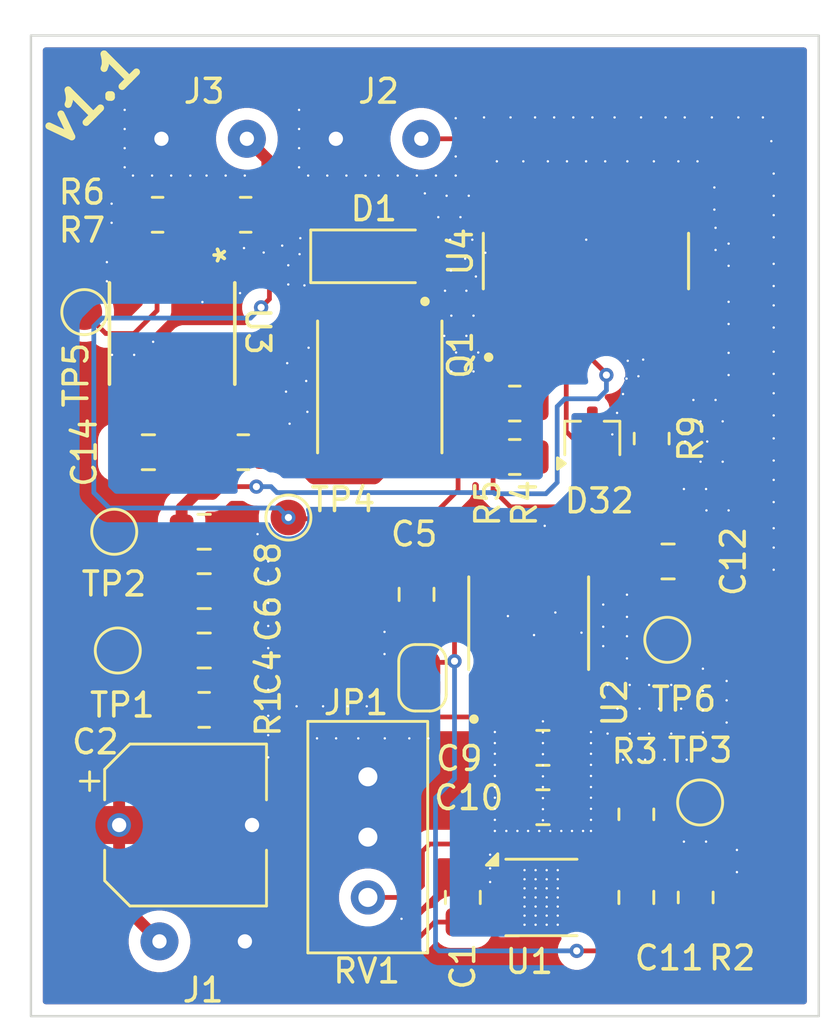
<source format=kicad_pcb>
(kicad_pcb (version 20241229) (generator "pcbnew") (generator_version "9.0")
  (layers (0 "F.Cu" signal) (2 "B.Cu" signal) (13 "F.Paste" user) (15 "B.Paste" user) (5 "F.SilkS" user "F.Silkscreen") (7 "B.SilkS" user "B.Silkscreen") (1 "F.Mask" user) (3 "B.Mask" user) (25 "Edge.Cuts" user))
  (net 0 "")
  (net 1 "GND")
  (net 2 "posGateV")
  (net 3 "negGateV")
  (net 4 "+28V")
  (net 5 "drainV")
  (net 6 "Net-(D1-K)")
  (net 7 "isGateOn")
  (net 8 "Net-(R3-Pad2)")
  (net 9 "Net-(U3-SENSE)")
  (net 10 "Net-(JP1-B)")
  (net 11 "Net-(U4A--)")
  (net 12 "Net-(U3-FB)")
  (net 13 "Net-(U2-CAP-)")
  (net 14 "Net-(U2-CAP+)")
  (net 15 "Net-(U1-ADJ)")
  (net 16 "Net-(U3-TIMER)")
  (net 18 "Net-(U3-PWRGD)")
  (net 28 "Net-(D32-A)")
  (footprint "LM2662MX_NOPB:SOIC127P599X175-8N" (layer "F.Cu") (at 236.858333 131.8 90)
    (property "Reference" "U2")
    (property "Value" "LM2662MX_NOPB")
  )
  (footprint "Capacitor_SMD:C_0805_2012Metric_Pad1.18x1.45mm_HandSolder" (layer "F.Cu") (at 234.083333 143.35 90)
    (property "Reference" "C1")
    (property "Value" "10nF")
  )
  (footprint "Package_TO_SOT_SMD:SOT-323_SC-70" (layer "F.Cu") (at 239.540833 124.025 90)
    (property "Reference" "D32")
    (property "Value" "BAT54SW")
  )
  (footprint "Resistor_SMD:R_0805_2012Metric" (layer "F.Cu") (at 224.833333 124.6)
    (property "Reference" "R8" (hide yes))
    (property "Value" "0.027")
  )
  (footprint "Potentiometer_THT:Potentiometer_Bourns_3296W_Vertical" (layer "F.Cu") (at 230.083333 143.35 -90)
    (property "Reference" "RV1")
    (property "Value" "200k")
  )
  (footprint "TestPoint:TestPoint_Pad_D1.5mm" (layer "F.Cu") (at 218.133333 118.7)
    (property "Reference" "TP5")
    (property "Value" "TestPoint")
  )
  (footprint "Jumper:SolderJumper-2_P1.3mm_Open_RoundedPad1.0x1.5mm" (layer "F.Cu") (at 232.383333 134.1 -90)
    (property "Reference" "JP1")
    (property "Value" "OSC_switch")
  )
  (footprint "LM324DRG3:SOIC127P600X175-14N" (layer "F.Cu") (at 239.270833 116.55 90)
    (property "Reference" "U4")
    (property "Value" "LM324")
  )
  (footprint "TestPoint:TestPoint_Pad_D1.5mm" (layer "F.Cu") (at 219.393333 127.95 -90)
    (property "Reference" "TP2")
    (property "Value" "TestPoint")
  )
  (footprint "Resistor_SMD:R_0805_2012Metric" (layer "F.Cu") (at 236.270833 124.8 180)
    (property "Reference" "R4")
    (property "Value" "10k")
  )
  (footprint "TestPoint:TestPoint_Pad_D1.5mm" (layer "F.Cu") (at 244.083333 139.35)
    (property "Reference" "TP3")
    (property "Value" "TestPoint")
  )
  (footprint "Resistor_SMD:R_0805_2012Metric" (layer "F.Cu") (at 242.040833 124.025 -90)
    (property "Reference" "R9")
    (property "Value" "100k")
  )
  (footprint "Connector_Wire:SolderWire-0.1sqmm_1x02_P3.6mm_D0.4mm_OD1mm" (layer "F.Cu") (at 221.383333 111.4)
    (property "Reference" "J3")
    (property "Value" "drainConn")
  )
  (footprint "Capacitor_SMD:C_0805_2012Metric_Pad1.18x1.45mm_HandSolder" (layer "F.Cu") (at 237.458333 139.55 180)
    (property "Reference" "C10")
    (property "Value" "47uF")
  )
  (footprint "Connector_Wire:SolderWire-0.1sqmm_1x02_P3.6mm_D0.4mm_OD1mm" (layer "F.Cu") (at 228.733333 111.4)
    (property "Reference" "J2")
    (property "Value" "gateConn")
  )
  (footprint "Capacitor_SMD:C_0805_2012Metric" (layer "F.Cu") (at 223.183333 130.45)
    (property "Reference" "C6")
    (property "Value" "10nF")
  )
  (footprint "Capacitor_SMD:C_0805_2012Metric" (layer "F.Cu") (at 241.395833 143.35 90)
    (property "Reference" "C11")
    (property "Value" "10nF")
  )
  (footprint "Capacitor_SMD:C_0805_2012Metric_Pad1.18x1.45mm_HandSolder" (layer "F.Cu") (at 220.833333 124.6)
    (property "Reference" "C14")
    (property "Value" "27nF")
  )
  (footprint "TestPoint:TestPoint_Pad_D1.5mm" (layer "F.Cu") (at 219.543333 132.95 -90)
    (property "Reference" "TP1")
    (property "Value" "TestPoint")
  )
  (footprint "Package_DFN_QFN:DFN-6-1EP_3x3mm_P0.95mm_EP1.7x2.6mm" (layer "F.Cu") (at 237.395833 143.35)
    (property "Reference" "U1")
    (property "Value" "LDO40LPURY")
  )
  (footprint "Capacitor_SMD:C_0805_2012Metric" (layer "F.Cu") (at 223.183333 132.95)
    (property "Reference" "C4")
    (property "Value" "100nF")
  )
  (footprint "AONS66920:TRANS_AONS66920" (layer "F.Cu") (at 230.583333 121.85 -90)
    (property "Reference" "Q1")
    (property "Value" "AONS66920")
  )
  (footprint "Resistor_SMD:R_0805_2012Metric" (layer "F.Cu") (at 243.895833 143.35 90)
    (property "Reference" "R2")
    (property "Value" "100k")
  )
  (footprint "Capacitor_SMD:C_0805_2012Metric_Pad1.18x1.45mm_HandSolder" (layer "F.Cu") (at 242.733333 129.2 180)
    (property "Reference" "C12")
    (property "Value" "10nF")
  )
  (footprint "Capacitor_SMD:C_0805_2012Metric" (layer "F.Cu") (at 223.183333 127.95)
    (property "Reference" "C8")
    (property "Value" "1nF")
  )
  (footprint "Resistor_SMD:R_0805_2012Metric" (layer "F.Cu") (at 223.183333 135.45)
    (property "Reference" "R1")
    (property "Value" "100k")
  )
  (footprint "Capacitor_SMD:C_0805_2012Metric_Pad1.18x1.45mm_HandSolder" (layer "F.Cu") (at 237.458333 137.05 180)
    (property "Reference" "C9")
    (property "Value" "47uF")
  )
  (footprint "Capacitor_SMD:CP_Elec_6.3x9.9" (layer "F.Cu") (at 222.4 140.3)
    (property "Reference" "C2")
    (property "Value" "100uF")
  )
  (footprint "Resistor_SMD:R_0805_2012Metric" (layer "F.Cu") (at 221.220833 114.6 180)
    (property "Reference" "R6")
    (property "Value" "27k")
  )
  (footprint "TestPoint:TestPoint_Pad_D1.5mm" (layer "F.Cu") (at 226.733333 127.35)
    (property "Reference" "TP4")
    (property "Value" "TestPoint")
  )
  (footprint "Capacitor_SMD:C_0805_2012Metric_Pad1.18x1.45mm_HandSolder" (layer "F.Cu") (at 232.133333 130.5875 -90)
    (property "Reference" "C5")
    (property "Value" "10nF")
  )
  (footprint "Connector_Wire:SolderWire-0.1sqmm_1x02_P3.6mm_D0.4mm_OD1mm" (layer "F.Cu") (at 224.9 145.2 180)
    (property "Reference" "J1")
    (property "Value" "dcConn")
  )
  (footprint "Resistor_SMD:R_0805_2012Metric" (layer "F.Cu") (at 224.933333 114.6 180)
    (property "Reference" "R7")
    (property "Value" "100k")
  )
  (footprint "Resistor_SMD:R_0805_2012Metric" (layer "F.Cu") (at 236.270833 122.55)
    (property "Reference" "R5")
    (property "Value" "100k")
  )
  (footprint "Resistor_SMD:R_0805_2012Metric" (layer "F.Cu") (at 241.395833 139.85 90)
    (property "Reference" "R3")
    (property "Value" "62k")
  )
  (footprint "Diode_SMD:D_MiniMELF" (layer "F.Cu") (at 230.333333 116.35)
    (property "Reference" "D1")
    (property "Value" "BZV55C30")
  )
  (footprint "TestPoint:TestPoint_Pad_D1.5mm" (layer "F.Cu") (at 242.7 132.5)
    (property "Reference" "TP6")
    (property "Value" "TestPoint")
  )
  (footprint "LT4256-1CS8:SO-8_S" (layer "F.Cu") (at 221.833333 119.6 -90)
    (property "Reference" "U3")
    (property "Value" "LT4256-1CS8")
  )
  (gr_rect (start 235.357933 136.05) (end 235.483333 140.55) (stroke (width 0.2)) (fill yes) (layer "F.Cu") (net 1))
  (gr_rect (start 239.408333 136.05) (end 239.558333 140.55) (stroke (width 0.2)) (fill yes) (layer "F.Cu") (net 1))
  (gr_rect (start 235.358333 140.55) (end 239.558333 140.5754) (stroke (width 0.2)) (fill yes) (layer "F.Cu") (net 1))
  (gr_rect (start 237.383333 136) (end 237.533333 140.5) (stroke (width 0.2)) (fill yes) (layer "F.Cu") (net 1))
  (gr_rect (start 215.883333 107.05) (end 249.083333 148.35) (stroke (width 0.1)) (fill no) (layer "Edge.Cuts"))
  (gr_text "C" (at 228.1 132.6 0) (layer "F.Cu") (effects (font (size 1.5 1.5) (thickness 0.3) (bold yes)) (justify left bottom)))
  (gr_text "v1.1" (at 217.2 112 45) (layer "F.SilkS") (effects (font (size 1.5 1.5) (thickness 0.3) (bold yes)) (justify left bottom)))
  (segment (start 219.928333 117.0092) (end 219.928333 116.005) (width 0.2) (layer "F.Cu") (net 1))
  (segment (start 220.308333 115.625) (end 220.308333 114.6) (width 0.2) (layer "F.Cu") (net 1))
  (segment (start 219.928333 116.005) (end 220.308333 115.625) (width 0.2) (layer "F.Cu") (net 1))
  (via (at 241.933333 134.4) (size 0.2) (drill 0.1) (layers "F.Cu" "B.Cu") (net 1))
  (via (at 235.433333 139.15) (size 0.2) (drill 0.1) (layers "F.Cu" "B.Cu") (net 1))
  (via (at 232.483333 113.7) (size 0.2) (drill 0.1) (layers "F.Cu" "B.Cu") (net 1))
  (via (at 235.433333 140.083333) (size 0.2) (drill 0.1) (layers "F.Cu" "B.Cu") (net 1))
  (via (at 238.738888 110.5) (size 0.2) (drill 0.1) (layers "F.Cu" "B.Cu") (net 1))
  (via (at 219.083333 116.594444) (size 0.2) (drill 0.1) (layers "F.Cu" "B.Cu") (net 1))
  (via (at 239.483333 138.7) (size 0.2) (drill 0.1) (layers "F.Cu" "B.Cu") (net 1))
  (via (at 244.1 123.3) (size 0.2) (drill 0.1) (layers "F.Cu" "B.Cu") (net 1))
  (via (at 224.695658 117.898795) (size 0.2) (drill 0.1) (layers "F.Cu" "B.Cu") (net 1))
  (via (at 234.533333 121.2) (size 0.2) (drill 0.1) (layers "F.Cu" "B.Cu") (net 1))
  (via (at 245.033333 123.3) (size 0.2) (drill 0.1) (layers "F.Cu" "B.Cu") (net 1))
  (via (at 233.3 119.7) (size 0.2) (drill 0.1) (layers "F.Cu" "B.Cu") (net 1))
  (via (at 237.458333 139.166667) (size 0.2) (drill 0.1) (layers "F.Cu" "B.Cu") (net 1))
  (via (at 228.372222 112.95) (size 0.2) (drill 0.1) (layers "F.Cu" "B.Cu") (net 1))
  (via (at 219.083333 117.4) (size 0.2) (drill 0.1) (layers "F.Cu" "B.Cu") (net 1))
  (via (at 237.127777 110.5) (size 0.2) (drill 0.1) (layers "F.Cu" "B.Cu") (net 1))
  (via (at 247.183333 118.416667) (size 0.2) (drill 0.1) (layers "F.Cu" "B.Cu") (net 1))
  (via (at 241.033333 120.75) (size 0.2) (drill 0.1) (layers "F.Cu" "B.Cu") (net 1))
  (via (at 220.233333 120.5) (size 0.2) (drill 0.1) (layers "F.Cu" "B.Cu") (net 1))
  (via (at 231.338889 112.95) (size 0.2) (drill 0.1) (layers "F.Cu" "B.Cu") (net 1))
  (via (at 244.683333 114.383333) (size 0.2) (drill 0.1) (layers "F.Cu" "B.Cu") (net 1))
  (via (at 232.95 112.95) (size 0.2) (drill 0.1) (layers "F.Cu" "B.Cu") (net 1))
  (via (at 245.633333 141.35) (size 0.2) (drill 0.1) (layers "F.Cu" "B.Cu") (net 1))
  (via (at 235.433333 140.55) (size 0.2) (drill 0.1) (layers "F.Cu" "B.Cu") (net 1))
  (via (at 242.35 135.4) (size 0.2) (drill 0.1) (layers "F.Cu" "B.Cu") (net 1))
  (via (at 235.433333 138.7) (size 0.2) (drill 0.1) (layers "F.Cu" "B.Cu") (net 1))
  (via (at 225.883333 133.666667) (size 0.2) (drill 0.1) (layers "F.Cu" "B.Cu") (net 1))
  (via (at 245.283333 116.75) (size 0.2) (drill 0.1) (layers "F.Cu" "B.Cu") (net 1))
  (via (at 247.083333 111.5) (size 0.2) (drill 0.1) (layers "F.Cu" "B.Cu") (net 1))
  (via (at 237.15 142.966667) (size 0.2) (drill 0.1) (layers "F.Cu" "B.Cu") (net 1))
  (via (at 234.183333 116.45) (size 0.2) (drill 0.1) (layers "F.Cu" "B.Cu") (net 1))
  (via (at 234.633333 117.2) (size 0.2) (drill 0.1) (layers "F.Cu" "B.Cu") (net 1))
  (via (at 240.833333 137.55) (size 0.2) (drill 0.1) (layers "F.Cu" "B.Cu") (net 1))
  (via (at 236.683333 143.733333) (size 0.2) (drill 0.1) (layers "F.Cu" "B.Cu") (net 1))
  (via (at 240.477777 110.5) (size 0.2) (drill 0.1) (layers "F.Cu" "B.Cu") (net 1))
  (via (at 237.083333 132.3) (size 0.2) (drill 0.1) (layers "F.Cu" "B.Cu") (net 1))
  (via (at 237.458333 137.316667) (size 0.2) (drill 0.1) (layers "F.Cu" "B.Cu") (net 1))
  (via (at 238.683333 140.55) (size 0.2) (drill 0.1) (layers "F.Cu" "B.Cu") (net 1))
  (via (at 225.883333 129.2) (size 0.2) (drill 0.1) (layers "F.Cu" "B.Cu") (net 1))
  (via (at 244.1 125) (size 0.2) (drill 0.1) (layers "F.Cu" "B.Cu") (net 1))
  (via (at 227.183333 110.988889) (size 0.2) (drill 0.1) (layers "F.Cu" "B.Cu") (net 1))
  (via (at 243.516666 137.55) (size 0.2) (drill 0.1) (layers "F.Cu" "B.Cu") (net 1))
  (via (at 237.616666 142.966667) (size 0.2) (drill 0.1) (layers "F.Cu" "B.Cu") (net 1))
  (via (at 221.033333 119.95) (size 0.2) (drill 0.1) (layers "F.Cu" "B.Cu") (net 1))
  (via (at 245.283333 127.05) (size 0.2) (drill 0.1) (layers "F.Cu" "B.Cu") (net 1))
  (via (at 239.483333 136.85) (size 0.2) (drill 0.1) (layers "F.Cu" "B.Cu") (net 1))
  (via (at 237.616666 142.2) (size 0.2) (drill 0.1) (layers "F.Cu" "B.Cu") (net 1))
  (via (at 222.6 112.95) (size 0.2) (drill 0.1) (layers "F.Cu" "B.Cu") (net 1))
  (via (at 227.938888 136.65) (size 0.2) (drill 0.1) (layers "F.Cu" "B.Cu") (net 1))
  (via (at 239.483333 136.383333) (size 0.2) (drill 0.1) (layers "F.Cu" "B.Cu") (net 1))
  (via (at 238.083333 143.733333) (size 0.2) (drill 0.1) (layers "F.Cu" "B.Cu") (net 1))
  (via (at 240.183333 136.45) (size 0.2) (drill 0.1) (layers "F.Cu" "B.Cu") (net 1))
  (via (at 245.283333 119.2) (size 0.2) (drill 0.1) (layers "F.Cu" "B.Cu") (net 1))
  (via (at 247.183333 113.8) (size 0.2) (drill 0.1) (layers "F.Cu" "B.Cu") (net 1))
  (via (at 240.383333 123.85) (size 0.2) (drill 0.1) (layers "F.Cu" "B.Cu") (net 1))
  (via (at 236.383333 140.55) (size 0.2) (drill 0.1) (layers "F.Cu" "B.Cu") (net 1))
  (via (at 233.05 114.7) (size 0.2) (drill 0.1) (layers "F.Cu" "B.Cu") (net 1))
  (via (at 230.783333 133.1) (size 0.2) (drill 0.1) (layers "F.Cu" "B.Cu") (net 1))
  (via (at 229.227777 135.3) (size 0.2) (drill 0.1) (layers "F.Cu" "B.Cu") (net 1))
  (via (at 230.533333 112.95) (size 0.2) (drill 0.1) (layers "F.Cu" "B.Cu") (net 1))
  (via (at 245.2 135.983333) (size 0.2) (drill 0.1) (layers "F.Cu" "B.Cu") (net 1))
  (via (at 230.783333 132.166667) (size 0.2) (drill 0.1) (layers "F.Cu" "B.Cu") (net 1))
  (via (at 241 132.35) (size 0.2) (drill 0.1) (layers "F.Cu" "B.Cu") (net 1))
  (via (at 243.433333 110.5) (size 0.2) (drill 0.1) (layers "F.Cu" "B.Cu") (net 1))
  (via (at 237.15 142.583333) (size 0.2) (drill 0.1) (layers "F.Cu" "B.Cu") (net 1))
  (via (at 225.883333 136.516667) (size 0.2) (drill 0.1) (layers "F.Cu" "B.Cu") (net 1))
  (via (at 238.233333 140.55) (size 0.2) (drill 0.1) (layers "F.Cu" "B.Cu") (net 1))
  (via (at 237.458333 138.7) (size 0.2) (drill 0.1) (layers "F.Cu" "B.Cu") (net 1))
  (via (at 238.472222 112.35) (size 0.2) (drill 0.1) (layers "F.Cu" "B.Cu") (net 1))
  (via (at 247.183333 122.116667) (size 0.2) (drill 0.1) (layers "F.Cu" "B.Cu") (net 1))
  (via (at 243.972222 112.35) (size 0.2) (drill 0.1) (layers "F.Cu" "B.Cu") (net 1))
  (via (at 237.15 144.5) (size 0.2) (drill 0.1) (layers "F.Cu" "B.Cu") (net 1))
  (via (at 244.2 136.4) (size 0.2) (drill 0.1) (layers "F.Cu" "B.Cu") (net 1))
  (via (at 231.827777 136.65) (size 0.2) (drill 0.1) (layers "F.Cu" "B.Cu") (net 1))
  (via (at 233.55 115.65) (size 0.2) (drill 0.1) (layers "F.Cu" "B.Cu") (net 1))
  (via (at 234.733333 120.4) (size 0.2) (drill 0.1) (layers "F.Cu" "B.Cu") (net 1))
  (via (at 245.2 135.05) (size 0.2) (drill 0.1) (layers "F.Cu" "B.Cu") (net 1))
  (via (at 237.616666 143.733333) (size 0.2) (drill 0.1) (layers "F.Cu" "B.Cu") (net 1))
  (via (at 247.183333 125.766667) (size 0.2) (drill 0.1) (layers "F.Cu" "B.Cu") (net 1))
  (via (at 233.783333 110.533333) (size 0.2) (drill 0.1) (layers "F.Cu" "B.Cu") (net 1))
  (via (at 244.683333 113.45) (size 0.2) (drill 0.1) (layers "F.Cu" "B.Cu") (net 1))
  (via (at 241 131.533333) (size 0.2) (drill 0.1) (layers "F.Cu" "B.Cu") (net 1))
  (via (at 244.733333 116.083333) (size 0.2) (drill 0.1) (layers "F.Cu" "B.Cu") (net 1))
  (via (at 225.883333 137.45) (size 0.2) (drill 0.1) (layers "F.Cu" "B.Cu") (net 1))
  (via (at 219.833333 110.988889) (size 0.2) (drill 0.1) (layers "F.Cu" "B.Cu") (net 1))
  (via (at 241.116666 136.45) (size 0.2) (drill 0.1) (layers "F.Cu" "B.Cu") (net 1))
  (via (at 226.633333 122.05) (size 0.2) (drill 0.1) (layers "F.Cu" "B.Cu") (net 1))
  (via (at 245.283333 118.266667) (size 0.2) (drill 0.1) (layers "F.Cu" "B.Cu") (net 1))
  (via (at 236.683333 142.2) (size 0.2) (drill 0.1) (layers "F.Cu" "B.Cu") (net 1))
  (via (at 229.677777 136.65) (size 0.2) (drill 0.1) (layers "F.Cu" "B.Cu") (net 1))
  (via (at 233.6 121.2) (size 0.2) (drill 0.1) (layers "F.Cu" "B.Cu") (net 1))
  (via (at 236.633333 112.35) (size 0.2) (drill 0.1) (layers "F.Cu" "B.Cu") (net 1))
  (via (at 235.433333 137.3) (size 0.2) (drill 0.1) (layers "F.Cu" "B.Cu") (net 1))
  (via (at 221.794444 112.95) (size 0.2) (drill 0.1) (layers "F.Cu" "B.Cu") (net 1))
  (via (at 244.383333 124.15) (size 0.2) (drill 0.1) (layers "F.Cu" "B.Cu") (net 1))
  (via (at 244.2 133.716667) (size 0.2) (drill 0.1) (layers "F.Cu" "B.Cu") (net 1))
  (via (at 241.766666 137.55) (size 0.2) (drill 0.1) (layers "F.Cu" "B.Cu") (net 1))
  (via (at 240 131.016667) (size 0.2) (drill 0.1) (layers "F.Cu" "B.Cu") (net 1))
  (via (at 239.083333 132.2) (size 0.2) (drill 0.1) (layers "F.Cu" "B.Cu") (net 1))
  (via (at 233.333333 117.8) (size 0.2) (drill 0.1) (layers "F.Cu" "B.Cu") (net 1))
  (via (at 242.866666 136.45) (size 0.2) (drill 0.1) (layers "F.Cu" "B.Cu") (net 1))
  (via (at 233.583333 116.95) (size 0.2) (drill 0.1) (layers "F.Cu" "B.Cu") (net 1))
  (via (at 227.183333 110.183333) (size 0.2) (drill 0.1) (layers "F.Cu" "B.Cu") (net 1))
  (via (at 240.983333 121.5) (size 0.2) (drill 0.1) (layers "F.Cu" "B.Cu") (net 1))
  (via (at 237.983333 131.35) (size 0.2) (drill 0.1) (layers "F.Cu" "B.Cu") (net 1))
  (via (at 233.4 113.8) (size 0.2) (drill 0.1) (layers "F.Cu" "B.Cu") (net 1))
  (via (at 240.083333 112.35) (size 0.2) (drill 0.1) (layers "F.Cu" "B.Cu") (net 1))
  (via (at 238.083333 144.116667) (size 0.2) (drill 0.1) (layers "F.Cu" "B.Cu") (net 1))
  (via (at 238.083333 142.2) (size 0.2) (drill 0.1) (layers "F.Cu" "B.Cu") (net 1))
  (via (at 238.083333 142.966667) (size 0.2) (drill 0.1) (layers "F.Cu" "B.Cu") (net 1))
  (via (at 219.833333 110.183333) (size 0.2) (drill 0.1) (layers "F.Cu" "B.Cu") (net 1))
  (via (at 225.433333 128.05) (size 0.2) (drill 0.1) (layers "F.Cu" "B.Cu") (net 1))
  (via (at 245.033333 125) (size 0.2) (drill 0.1) (layers "F.Cu" "B.Cu") (net 1))
  (via (at 233.783333 112.95) (size 0.2) (drill 0.1) (layers "F.Cu" "B.Cu") (net 1))
  (via (at 245.283333 115.816667) (size 0.2) (drill 0.1) (layers "F.Cu" "B.Cu") (net 1))
  (via (at 235.033333 116.2) (size 0.2) (drill 0.1) (layers "F.Cu" "B.Cu") (net 1))
  (via (at 244.733333 122.4) (size 0.2) (drill 0.1) (layers "F.Cu" "B.Cu") (net 1))
  (via (at 247.183333 114.616667) (size 0.2) (drill 0.1) (layers "F.Cu" "B.Cu") (net 1))
  (via (at 240.833333 122.15) (size 0.2) (drill 0.1) (layers "F.Cu" "B.Cu") (net 1))
  (via (at 227.183333 111.794444) (size 0.2) (drill 0.1) (layers "F.Cu" "B.Cu") (net 1))
  (via (at 232.144444 112.95) (size 0.2) (drill 0.1) (layers "F.Cu" "B.Cu") (net 1))
  (via (at 235.433333 136.85) (size 0.2) (drill 0.1) (layers "F.Cu" "B.Cu") (net 1))
  (via (at 219.833333 112.6) (size 0.2) (drill 0.1) (layers "F.Cu" "B.Cu") (net 1))
  (via (at 236.094444 110.5) (size 0.2) (drill 0.1) (layers "F.Cu" "B.Cu") (net 1))
  (via (at 247.183333 120.366667) (size 0.2) (drill 0.1) (layers "F.Cu" "B.Cu") (net 1))
  (via (at 235.233333 142.125) (size 0.2) (drill 0.1) (layers "F.Cu" "B.Cu") (net 1))
  (via (at 241.016666 112.35) (size 0.2) (drill 0.1) (layers "F.Cu" "B.Cu") (net 1))
  (via (at 239.483333 137.766667) (size 0.2) (drill 0.1) (layers "F.Cu" "B.Cu") (net 1))
  (via (at 219.283333 114.133333) (size 0.2) (drill 0.1) (layers "F.Cu" "B.Cu") (net 1))
  (via (at 234.233333 119.7) (size 0.2) (drill 0.1) (layers "F.Cu" "B.Cu") (net 1))
  (via (at 247.183333 121.3) (size 0.2) (drill 0.1) (layers "F.Cu" "B.Cu") (net 1))
  (via (at 226.683333 120.85) (size 0.2) (drill 0.1) (layers "F.Cu" "B.Cu") (net 1))
  (via (at 235.433333 138.233333) (size 0.2) (drill 0.1) (layers "F.Cu" "B.Cu") (net 1))
  (via (at 236.833333 140.55) (size 0.2) (drill 0.1) (layers "F.Cu" "B.Cu") (net 1))
  (via (at 247.183333 124.95) (size 0.2) (drill 0.1) (layers "F.Cu" "B.Cu") (net 1))
  (via (at 227.533333 122.9) (size 0.2) (drill 0.1) (layers "F.Cu" "B.Cu") (net 1))
  (via (at 233.6 118.85) (size 0.2) (drill 0.1) (layers "F.Cu" "B.Cu") (net 1))
  (via (at 237.15 143.733333) (size 0.2) (drill 0.1) (layers "F.Cu" "B.Cu") (net 1))
  (via (at 225.883333 135.7) (size 0.2) (drill 0.1) (layers "F.Cu" "B.Cu") (net 1))
  (via (at 234.977777 110.5) (size 0.2) (drill 0.1) (layers "F.Cu" "B.Cu") (net 1))
  (via (at 244.333333 126.15) (size 0.2) (drill 0.1) (layers "F.Cu" "B.Cu") (net 1))
  (via (at 247.183333 129.55) (size 0.2) (drill 0.1) (layers "F.Cu" "B.Cu") (net 1))
  (via (at 237.458333 135.933333) (size 0.2) (drill 0.1) (layers "F.Cu" "B.Cu") (net 1))
  (via (at 237.458333 139.633333) (size 0.2) (drill 0.1) (layers "F.Cu" "B.Cu") (net 1))
  (via (at 239.277777 112.35) (size 0.2) (drill 0.1) (layers "F.Cu" "B.Cu") (net 1))
  (via (at 234.333333 113.8) (size 0.2) (drill 0.1) (layers "F.Cu" "B.Cu") (net 1))
  (via (at 237.458333 136.4) (size 0.2) (drill 0.1) (layers "F.Cu" "B.Cu") (net 1))
  (via (at 229.983333 112.95) (size 0.2) (drill 0.1) (layers "F.Cu" "B.Cu") (net 1))
  (via (at 237.458333 138.25) (size 0.2) (drill 0.1) (layers "F.Cu" "B.Cu") (net 1))
  (via (at 239.15 140.55) (size 0.2) (drill 0.1) (layers "F.Cu" "B.Cu") (net 1))
  (via (at 228.744444 136.65) (size 0.2) (drill 0.1) (layers "F.Cu" "B.Cu") (net 1))
  (via (at 246.727777 110.5) (size 0.2) (drill 0.1) (layers "F.Cu" "B.Cu") (net 1))
  (via (at 242.627777 110.5) (size 0.2) (drill 0.1) (layers "F.Cu" "B.Cu") (net 1))
  (via (at 242.583333 137.55) (size 0.2) (drill 0.1) (layers "F.Cu" "B.Cu") (net 1))
  (via (at 235.233333 142.7) (size 0.2) (drill 0.1) (layers "F.Cu" "B.Cu") (net 1))
  (via (at 225.691256 116.190136) (size 0.2) (drill 0.1) (layers "F.Cu" "B.Cu") (net 1))
  (via (at 244.35 127.05) (size 0.2) (drill 0.1) (layers "F.Cu" "B.Cu") (net 1))
  (via (at 238.083333 144.5) (size 0.2) (drill 0.1) (layers "F.Cu" "B.Cu") (net 1))
  (via (at 239.544444 110.5) (size 0.2) (drill 0.1) (layers "F.Cu" "B.Cu") (net 1))
  (via (at 237.458333 140.1) (size 0.2) (drill 0.1) (layers "F.Cu" "B.Cu") (net 1))
  (via (at 237.666666 112.35) (size 0.2) (drill 0.1) (layers "F.Cu" "B.Cu") (net 1))
  (via (at 238.083333 142.583333) (size 0.2) (drill 0.1) (layers "F.Cu" "B.Cu") (net 1))
  (via (at 225.883333 131.916667) (size 0.2) (drill 0.1) (layers "F.Cu" "B.Cu") (net 1))
  (via (at 234.533333 118.85) (size 0.2) (drill 0.1) (layers "F.Cu" "B.Cu") (net 1))
  (via (at 235.916666 140.55) (size 0.2) (drill 0.1) (layers "F.Cu" "B.Cu") (net 1))
  (via (at 237.616666 144.5) (size 0.2) (drill 0.1) (layers "F.Cu" "B.Cu") (net 1))
  (via (at 241 133.283333) (size 0.2) (drill 0.1) (layers "F.Cu" "B.Cu") (net 1))
  (via (at 237.15 144.116667) (size 0.2) (drill 0.1) (layers "F.Cu" "B.Cu") (net 1))
  (via (at 244.333333 141) (size 0.2) (drill 0.1) (layers "F.Cu" "B.Cu") (net 1))
  (via (at 233.783333 112.144444) (size 0.2) (drill 0.1) (layers "F.Cu" "B.Cu") (net 1))
  (via (at 247.183333 128.616667) (size 0.2) (drill 0.1) (layers "F.Cu" "B.Cu") (net 1))
  (via (at 240.583333 122.944444) (size 0.2) (drill 0.1) (layers "F.Cu" "B.Cu") (net 1))
  (via (at 241.594444 110.5) (size 0.2) (drill 0.1) (layers "F.Cu" "B.Cu") (net 1))
  (via (at 239.283333 115.65) (size 0.2) (drill 0.1) (layers "F.Cu" "B.Cu") (net 1))
  (via (at 227.408396 117.574039) (size 0.2) (drill 0.1) (layers "F.Cu" "B.Cu") (net 1))
  (via (at 235.433333 136.383333) (size 0.2) (drill 0.1) (layers "F.Cu" "B.Cu") (net 1))
  (via (at 242.866666 134.4) (size 0.2) (drill 0.1) (layers "F.Cu" "B.Cu") (net 1))
  (via (at 227.203149 116.25918) (size 0.2) (drill 0.1) (layers "F.Cu" "B.Cu") (net 1))
  (via (at 247.183333 126.7) (size 0.2) (drill 0.1) (layers "F.Cu" "B.Cu") (net 1))
  (via (at 239.483333 139.616667) (size 0.2) (drill 0.1) (layers "F.Cu" "B.Cu") (net 1))
  (via (at 224.088889 112.95) (size 0.2) (drill 0.1) (layers "F.Cu" "B.Cu") (net 1))
  (via (at 240 132.766667) (size 0.2) (drill 0.1) (layers "F.Cu" "B.Cu") (net 1))
  (via (at 241 130.6) (size 0.2) (drill 0.1) (layers "F.Cu" "B.Cu") (net 1))
  (via (at 241.683333 120.7) (size 0.2) (drill 0.1) (layers "F.Cu" "B.Cu") (net 1))
  (via (at 224.86206 116.002623) (size 0.2) (drill 0.1) (layers "F.Cu" "B.Cu") (net 1))
  (via (at 241.483333 121.4) (size 0.2) (drill 0.1) (layers "F.Cu" "B.Cu") (net 1))
  (via (at 243.4 126.15) (size 0.2) (drill 0.1) (layers "F.Cu" "B.Cu") (net 1))
  (via (at 247.183333 112.866667) (size 0.2) (drill 0.1) (layers "F.Cu" "B.Cu") (net 1))
  (via (at 231.5 144.25) (size 0.2) (drill 0.1) (layers "F.Cu" "B.Cu") (net 1))
  (via (at 220.988889 112.95) (size 0.2) (drill 0.1) (layers "F.Cu" "B.Cu") (net 1))
  (via (at 244.2 135.466667) (size 0.2) (drill 0.1) (layers "F.Cu" "B.Cu") (net 1))
  (via (at 227.583333 120.2) (size 0.2) (drill 0.1) (layers "F.Cu" "B.Cu") (net 1))
  (via (at 224.894444 112.95) (size 0.2) (drill 0.1) (layers "F.Cu" "B.Cu") (net 1))
  (via (at 237.616666 142.583333) (size 0.2) (drill 0.1) (layers "F.Cu" "B.Cu") (net 1))
  (via (at 243.8 122.4) (size 0.2) (drill 0.1) (layers "F.Cu" "B.Cu") (net 1))
  (via (at 226.783333 123.4) (size 0.2) (drill 0.1) (layers "F.Cu" "B.Cu") (net 1))
  (via (at 239.483333 140.55) (size 0.2) (drill 0.1) (layers "F.Cu" "B.Cu") (net 1))
  (via (at 243.283333 135.4) (size 0.2) (drill 0.1) (layers "F.Cu" "B.Cu") (net 1))
  (via (at 247.183333 117.6) (size 0.2) (drill 0.1) (layers "F.Cu" "B.Cu") (net 1))
  (via (at 234.233333 117.8) (size 0.2) (drill 0.1) (layers "F.Cu" "B.Cu") (net 1))
  (via (at 244.733333 115.15) (size 0.2) (drill 0.1) (layers "F.Cu" "B.Cu") (net 1))
  (via (at 230.033333 135.3) (size 0.2) (drill 0.1) (layers "F.Cu" "B.Cu") (net 1))
  (via (at 225.883333 134.6) (size 0.2) (drill 0.1) (layers "F.Cu" "B.Cu") (net 1))
  (via (at 236.683333 142.583333) (size 0.2) (drill 0.1) (layers "F.Cu" "B.Cu") (net 1))
  (via (at 237.458333 137.783333) (size 0.2) (drill 0.1) (layers "F.Cu" "B.Cu") (net 1))
  (via (at 226.47196 115.899999) (size 0.2) (drill 0.1) (layers "F.Cu" "B.Cu") (net 1))
  (via (at 245.283333 121.35) (size 0.2) (drill 0.1) (layers "F.Cu" "B.Cu") (net 1))
  (via (at 226.728518 116.727398) (size 0.2) (drill 0.1) (layers "F.Cu" "B.Cu") (net 1))
  (via (at 235.983333 131.5) (size 0.2) (drill 0.1) (layers "F.Cu" "B.Cu") (net 1))
  (via (at 219.283333 114.938889) (size 0.2) (drill 0.1) (layers "F.Cu" "B.Cu") (net 1))
  (via (at 237.533333 127.7) (size 0.2) (drill 0.1) (layers "F.Cu" "B.Cu") (net 1))
  (via (at 247.183333 127.8) (size 0.2) (drill 0.1) (layers "F.Cu" "B.Cu") (net 1))
  (via (at 239.483333 138.233333) (size 0.2) (drill 0.1) (layers "F.Cu" "B.Cu") (net 1))
  (via (at 232.633333 136.65) (size 0.2) (drill 0.1) (layers "F.Cu" "B.Cu") (net 1))
  (via (at 247.183333 116.666667) (size 0.2) (drill 0.1) (layers "F.Cu" "B.Cu") (net 1))
  (via (at 225.883333 130.95) (size 0.2) (drill 0.1) (layers "F.Cu" "B.Cu") (net 1))
  (via (at 241.533333 135.4) (size 0.2) (drill 0.1) (layers "F.Cu" "B.Cu") (net 1))
  (via (at 247.183333 119.35) (size 0.2) (drill 0.1) (layers "F.Cu" "B.Cu") (net 1))
  (via (at 243.166666 112.35) (size 0.2) (drill 0.1) (layers "F.Cu" "B.Cu") (net 1))
  (via (at 227.235219 115.585716) (size 0.2) (drill 0.1) (layers "F.Cu" "B.Cu") (net 1))
  (via (at 235.516666 112.35) (size 0.2) (drill 0.1) (layers "F.Cu" "B.Cu") (net 1))
  (via (at 226.728518 117.535555) (size 0.2) (drill 0.1) (layers "F.Cu" "B.Cu") (net 1))
  (via (at 225.2 140.3) (size 1) (drill 0.6) (layers "F.Cu" "B.Cu") (net 1))
  (via (at 229.177777 112.95) (size 0.2) (drill 0.1) (layers "F.Cu" "B.Cu") (net 1))
  (via (at 225.883333 130.016667) (size 0.2) (drill 0.1) (layers "F.Cu" "B.Cu") (net 1))
  (via (at 241.933333 136.45) (size 0.2) (drill 0.1) (layers "F.Cu" "B.Cu") (net 1))
  (via (at 237.766666 140.55) (size 0.2) (drill 0.1) (layers "F.Cu" "B.Cu") (net 1))
  (via (at 237.616666 144.116667) (size 0.2) (drill 0.1) (layers "F.Cu" "B.Cu") (net 1))
  (via (at 244.577777 110.5) (size 0.2) (drill 0.1) (layers "F.Cu" "B.Cu") (net 1))
  (via (at 240 131.95) (size 0.2) (drill 0.1) (layers "F.Cu" "B.Cu") (net 1))
  (via (at 223.283333 112.95) (size 0.2) (drill 0.1) (layers "F.Cu" "B.Cu") (net 1))
  (via (at 236.683333 142.966667) (size 0.2) (drill 0.1) (layers "F.Cu" "B.Cu") (net 1))
  (via (at 237.15 142.2) (size 0.2) (drill 0.1) (layers "F.Cu" "B.Cu") (net 1))
  (via (at 237.3 140.55) (size 0.2) (drill 0.1) (layers "F.Cu" "B.Cu") (net 1))
  (via (at 243.4 141) (size 0.2) (drill 0.1) (layers "F.Cu" "B.Cu") (net 1))
  (via (at 244.2 134.65) (size 0.2) (drill 0.1) (layers "F.Cu" "B.Cu") (net 1))
  (via (at 233.983333 114.7) (size 0.2) (drill 0.1) (layers "F.Cu" "B.Cu") (net 1))
  (via (at 247.183333 123.05) (size 0.2) (drill 0.1) (layers "F.Cu" "B.Cu") (net 1))
  (via (at 239.483333 139.15) (size 0.2) (drill 0.1) (layers "F.Cu" "B.Cu") (net 1))
  (via (at 236.683333 143.35) (size 0.2) (drill 0.1) (layers "F.Cu" "B.Cu") (net 1))
  (via (at 220.183333 112.95) (size 0.2) (drill 0.1) (layers "F.Cu" "B.Cu") (net 1))
  (via (at 235.433333 137.766667) (size 0.2) (drill 0.1) (layers "F.Cu" "B.Cu") (net 1))
  (via (at 239.483333 140.083333) (size 0.2) (drill 0.1) (layers "F.Cu" "B.Cu") (net 1))
  (via (at 237.616666 143.35) (size 0.2) (drill 0.1) (layers "F.Cu" "B.Cu") (net 1))
  (via (at 245.2 134.233333) (size 0.2) (drill 0.1) (layers "F.Cu" "B.Cu") (net 1))
  (via (at 230.794444 136.65) (size 0.2) (drill 0.1) (layers "F.Cu" "B.Cu") (net 1))
  (via (at 235.433333 139.616667) (size 0.2) (drill 0.1) (layers "F.Cu" "B.Cu") (net 1))
  (via (at 245.694444 110.5) (size 0.2) (drill 0.1) (layers "F.Cu" "B.Cu") (net 1))
  (via (at 225.883333 132.85) (size 0.2) (drill 0.1) (layers "F.Cu" "B.Cu") (net 1))
  (via (at 238.083333 143.35) (size 0.2) (drill 0.1) (layers "F.Cu" "B.Cu") (net 1))
  (via (at 219.3 120.5) (size 0.2) (drill 0.1) (layers "F.Cu" "B.Cu") (net 1))
  (via (at 245.283333 120.416667) (size 0.2) (drill 0.1) (layers "F.Cu" "B.Cu") (net 1))
  (via (at 240.6 135.4) (size 0.2) (drill 0.1) (layers "F.Cu" "B.Cu") (net 1))
  (via (at 233.8 120.4) (size 0.2) (drill 0.1) (layers "F.Cu" "B.Cu") (net 1))
  (via (at 240.183333 134.4) (size 0.2) (drill 0.1) (layers "F.Cu" "B.Cu") (net 1))
  (via (at 236.683333 144.116667) (size 0.2) (drill 0.1) (layers "F.Cu" "B.Cu") (net 1))
  (via (at 243.45 124.15) (size 0.2) (drill 0.1) (layers "F.Cu" "B.Cu") (net 1))
  (via (at 236.683333 144.5) (size 0.2) (drill 0.1) (layers "F.Cu" "B.Cu") (net 1))
  (via (at 219.833333 111.794444) (size 0.2) (drill 0.1) (layers "F.Cu" "B.Cu") (net 1))
  (via (at 227.483333 121.6) (size 0.2) (drill 0.1) (layers "F.Cu" "B.Cu") (net 1))
  (via (at 242.133333 112.35) (size 0.2) (drill 0.1) (layers "F.Cu" "B.Cu") (net 1))
  (via (at 227.566666 112.95) (size 0.2) (drill 0.1) (layers "F.Cu" "B.Cu") (net 1))
  (via (at 247.183333 115.55) (size 0.2) (drill 0.1) (layers "F.Cu" "B.Cu") (net 1))
  (via (at 227.183333 112.6) (size 0.2) (drill 0.1) (layers "F.Cu" "B.Cu") (net 1))
  (via (at 241.116666 134.4) (size 0.2) (drill 0.1) (layers "F.Cu" "B.Cu") (net 1))
  (via (at 239.483333 137.3) (size 0.2) (drill 0.1) (layers "F.Cu" "B.Cu") (net 1))
  (via (at 234.483333 115.65) (size 0.2) (drill 0.1) (layers "F.Cu" "B.Cu") (net 1))
  (via (at 227.077777 135.3) (size 0.2) (drill 0.1) (layers "F.Cu" "B.Cu") (net 1))
  (via (at 237.458333 136.85) (size 0.2) (drill 0.1) (layers "F.Cu" "B.Cu") (net 1))
  (via (at 237.933333 110.5) (size 0.2) (drill 0.1) (layers "F.Cu" "B.Cu") (net 1))
  (via (at 237.15 143.35) (size 0.2) (drill 0.1) (layers "F.Cu" "B.Cu") (net 1))
  (via (at 247.183333 124.016667) (size 0.2) (drill 0.1) (layers "F.Cu" "B.Cu") (net 1))
  (via (at 235.233333 141.55) (size 0.2) (drill 0.1) (layers "F.Cu" "B.Cu") (net 1))
  (via (at 228.194444 135.3) (size 0.2) (drill 0.1) (layers "F.Cu" "B.Cu") (net 1))
  (via (at 245.633333 142.283333) (size 0.2) (drill 0.1) (layers "F.Cu" "B.Cu") (net 1))
  (via (at 223.109276 118.27508) (size 0.2) (drill 0.1) (layers "F.Cu" "B.Cu") (net 1))
  (segment (start 241.395833 144.3) (end 239.745833 144.3) (width 0.2) (layer "F.Cu") (net 2))
  (segment (start 233.383333 129.55) (end 233.583333 129.35) (width 0.2) (layer "F.Cu") (net 2))
  (segment (start 233.583333 129.35) (end 233.583333 128.05) (width 0.2) (layer "F.Cu") (net 2))
  (segment (start 241.395833 144.3) (end 241.845833 144.3) (width 0.2) (layer "F.Cu") (net 2))
  (segment (start 241.883333 144.2625) (end 243.895833 144.2625) (width 0.2) (layer "F.Cu") (net 2))
  (segment (start 234.953333 130.43) (end 234.953333 129.33) (width 0.2) (layer "F.Cu") (net 2))
  (segment (start 239.695833 143.35) (end 239.895833 143.55) (width 0.2) (layer "F.Cu") (net 2))
  (segment (start 243.895833 144.2625) (end 245.620833 144.2625) (width 0.2) (layer "F.Cu") (net 2))
  (segment (start 233.733333 131.65) (end 234.953333 130.43) (width 0.2) (layer "F.Cu") (net 2))
  (segment (start 232.383333 133.45) (end 233.683333 133.45) (width 0.2) (layer "F.Cu") (net 2))
  (segment (start 241.845833 144.3) (end 241.883333 144.2625) (width 0.2) (layer "F.Cu") (net 2))
  (segment (start 233.583333 128.05) (end 233.883333 127.75) (width 0.2) (layer "F.Cu") (net 2))
  (segment (start 241.033333 145.6) (end 241.395833 145.2375) (width 0.2) (layer "F.Cu") (net 2))
  (segment (start 233.733333 133.4) (end 233.733333 131.65) (width 0.2) (layer "F.Cu") (net 2))
  (segment (start 239.745833 144.3) (end 238.830833 144.3) (width 0.2) (layer "F.Cu") (net 2))
  (segment (start 238.883333 145.6) (end 241.033333 145.6) (width 0.2) (layer "F.Cu") (net 2))
  (segment (start 233.883333 127.75) (end 234.808333 127.75) (width 0.2) (layer "F.Cu") (net 2))
  (segment (start 246.483333 140.25) (end 245.583333 139.35) (width 0.2) (layer "F.Cu") (net 2))
  (segment (start 238.830833 143.35) (end 239.695833 143.35) (width 0.2) (layer "F.Cu") (net 2))
  (segment (start 232.133333 129.55) (end 233.383333 129.55) (width 0.2) (layer "F.Cu") (net 2))
  (segment (start 233.683333 133.45) (end 233.733333 133.4) (width 0.2) (layer "F.Cu") (net 2))
  (segment (start 234.953333 127.895) (end 234.953333 129.33) (width 0.2) (layer "F.Cu") (net 2))
  (segment (start 239.895833 143.55) (end 239.895833 144.3) (width 0.2) (layer "F.Cu") (net 2))
  (segment (start 246.483333 143.4) (end 246.483333 140.25) (width 0.2) (layer "F.Cu") (net 2))
  (segment (start 234.808333 127.75) (end 234.953333 127.895) (width 0.2) (layer "F.Cu") (net 2))
  (segment (start 245.583333 139.35) (end 244.083333 139.35) (width 0.2) (layer "F.Cu") (net 2))
  (segment (start 241.395833 144.3) (end 241.395833 145.2375) (width 0.2) (layer "F.Cu") (net 2))
  (segment (start 245.620833 144.2625) (end 246.483333 143.4) (width 0.2) (layer "F.Cu") (net 2))
  (via (at 233.733333 133.4) (size 0.6) (drill 0.3) (layers "F.Cu" "B.Cu") (net 2))
  (via (at 238.883333 145.6) (size 0.6) (drill 0.3) (layers "F.Cu" "B.Cu") (net 2))
  (segment (start 233.733333 133.4) (end 233.733333 138.35) (width 0.2) (layer "B.Cu") (net 2))
  (segment (start 232.933333 145.45) (end 233.083333 145.6) (width 0.2) (layer "B.Cu") (net 2))
  (segment (start 233.733333 138.35) (end 232.933333 139.15) (width 0.2) (layer "B.Cu") (net 2))
  (segment (start 233.083333 145.6) (end 238.883333 145.6) (width 0.2) (layer "B.Cu") (net 2))
  (segment (start 232.933333 139.15) (end 232.933333 145.45) (width 0.2) (layer "B.Cu") (net 2))
  (segment (start 238.763333 127.63) (end 238.033333 126.9) (width 0.2) (layer "F.Cu") (net 3))
  (segment (start 243.770833 127.9375) (end 243.383333 127.55) (width 0.2) (layer "F.Cu") (net 3))
  (segment (start 238.763333 127.7) (end 238.763333 129.33) (width 0.2) (layer "F.Cu") (net 3))
  (segment (start 235.358333 126.175) (end 235.358333 124.8) (width 0.2) (layer "F.Cu") (net 3))
  (segment (start 238.763333 129.33) (end 238.763333 127.63) (width 0.2) (layer "F.Cu") (net 3))
  (segment (start 244.833333 111.4) (end 246.133333 112.7) (width 0.2) (layer "F.Cu") (net 3))
  (segment (start 245.333333 129.2) (end 243.770833 129.2) (width 0.2) (layer "F.Cu") (net 3))
  (segment (start 243.383333 127.55) (end 238.913333 127.55) (width 0.2) (layer "F.Cu") (net 3))
  (segment (start 232.333333 111.4) (end 244.833333 111.4) (width 0.2) (layer "F.Cu") (net 3))
  (segment (start 238.033333 126.9) (end 236.083333 126.9) (width 0.2) (layer "F.Cu") (net 3))
  (segment (start 243.770833 129.2) (end 243.770833 127.9375) (width 0.2) (layer "F.Cu") (net 3))
  (segment (start 243.770833 131.429167) (end 242.7 132.5) (width 0.2) (layer "F.Cu") (net 3))
  (segment (start 236.083333 126.9) (end 235.358333 126.175) (width 0.2) (layer "F.Cu") (net 3))
  (segment (start 246.133333 128.4) (end 245.333333 129.2) (width 0.2) (layer "F.Cu") (net 3))
  (segment (start 243.770833 129.2) (end 243.770833 131.429167) (width 0.2) (layer "F.Cu") (net 3))
  (segment (start 246.133333 112.7) (end 246.133333 128.4) (width 0.2) (layer "F.Cu") (net 3))
  (segment (start 238.913333 127.55) (end 238.763333 127.7) (width 0.2) (layer "F.Cu") (net 3))
  (segment (start 227.633333 142.933333) (end 227.1 142.4) (width 0.2) (layer "F.Cu") (net 4))
  (segment (start 225.383333 126.05) (end 224.008333 126.05) (width 0.2) (layer "F.Cu") (net 4))
  (segment (start 219.6 138.7) (end 219.6 140.3) (width 0.5) (layer "F.Cu") (net 4))
  (segment (start 235.145833 143.5375) (end 235.145833 144.3875) (width 0.2) (layer "F.Cu") (net 4))
  (segment (start 223.533333 126.35) (end 223.920833 125.9625) (width 0.5) (layer "F.Cu") (net 4))
  (segment (start 235.333333 143.35) (end 235.145833 143.5375) (width 0.2) (layer "F.Cu") (net 4))
  (segment (start 227.633333 144.65) (end 227.633333 142.933333) (width 0.2) (layer "F.Cu") (net 4))
  (segment (start 240.133333 121.3) (end 240.133333 121.35) (width 0.2) (layer "F.Cu") (net 4))
  (segment (start 220.3 138) (end 219.6 138.7) (width 0.5) (layer "F.Cu") (net 4))
  (segment (start 239.270833 120.4375) (end 239.683333 120.85) (width 0.2) (layer "F.Cu") (net 4))
  (segment (start 222.270833 132.9875) (end 222.233333 132.95) (width 0.5) (layer "F.Cu") (net 4))
  (segment (start 239.683333 120.85) (end 240.133333 121.3) (width 0.2) (layer "F.Cu") (net 4))
  (segment (start 222.233333 132.95) (end 219.543333 132.95) (width 0.2) (layer "F.Cu") (net 4))
  (segment (start 223.920833 123.6875) (end 223.920833 124.6) (width 0.2) (layer "F.Cu") (net 4))
  (segment (start 235.233333 144.3) (end 236.055833 144.3) (width 0.2) (layer "F.Cu") (net 4))
  (segment (start 236.055833 143.35) (end 235.333333 143.35) (width 0.2) (layer "F.Cu") (net 4))
  (segment (start 235.145833 144.3875) (end 235.233333 144.3) (width 0.2) (layer "F.Cu") (net 4))
  (segment (start 227.1 142.4) (end 220 142.4) (width 0.2) (layer "F.Cu") (net 4))
  (segment (start 222.233333 132.95) (end 222.233333 130.45) (width 0.5) (layer "F.Cu") (net 4))
  (segment (start 222.233333 130.45) (end 222.233333 127.95) (width 0.5) (layer "F.Cu") (net 4))
  (segment (start 222.233333 126.95) (end 222.833333 126.35) (width 0.5) (layer "F.Cu") (net 4))
  (segment (start 223.738333 123.505) (end 223.920833 123.6875) (width 0.2) (layer "F.Cu") (net 4))
  (segment (start 239.270833 119.025) (end 239.270833 120.4375) (width 0.2) (layer "F.Cu") (net 4))
  (segment (start 232.895833 144.3875) (end 232.133333 145.15) (width 0.2) (layer "F.Cu") (net 4))
  (segment (start 220 142.4) (end 219.6 142) (width 0.2) (layer "F.Cu") (net 4))
  (segment (start 222.833333 126.35) (end 223.533333 126.35) (width 0.5) (layer "F.Cu") (net 4))
  (segment (start 222.270833 135.45) (end 222.270833 132.9875) (width 0.5) (layer "F.Cu") (net 4))
  (segment (start 223.738333 122.1908) (end 223.738333 123.505) (width 0.2) (layer "F.Cu") (net 4))
  (segment (start 234.083333 144.3875) (end 232.895833 144.3875) (width 0.2) (layer "F.Cu") (net 4))
  (segment (start 222.270833 137.729167) (end 222 138) (width 0.5) (layer "F.Cu") (net 4))
  (segment (start 224.008333 126.05) (end 223.920833 125.9625) (width 0.2) (layer "F.Cu") (net 4))
  (segment (start 222.233333 127.95) (end 222.233333 126.95) (width 0.5) (layer "F.Cu") (net 4))
  (segment (start 228.133333 145.15) (end 227.633333 144.65) (width 0.2) (layer "F.Cu") (net 4))
  (segment (start 222.270833 135.45) (end 222.270833 137.729167) (width 0.5) (layer "F.Cu") (net 4))
  (segment (start 222 138) (end 220.3 138) (width 0.5) (layer "F.Cu") (net 4))
  (segment (start 223.920833 125.9625) (end 223.920833 124.6) (width 0.5) (layer "F.Cu") (net 4))
  (segment (start 232.133333 145.15) (end 228.133333 145.15) (width 0.2) (layer "F.Cu") (net 4))
  (segment (start 234.083333 144.3875) (end 235.145833 144.3875) (width 0.2) (layer "F.Cu") (net 4))
  (segment (start 219.6 143.5) (end 221.3 145.2) (width 0.5) (layer "F.Cu") (net 4))
  (segment (start 219.6 140.3) (end 219.6 143.5) (width 0.5) (layer "F.Cu") (net 4))
  (segment (start 219.6 142) (end 219.6 140.3) (width 0.2) (layer "F.Cu") (net 4))
  (via (at 240.133333 121.35) (size 0.6) (drill 0.3) (layers "F.Cu" "B.Cu") (net 4))
  (via (at 219.6 140.3) (size 1) (drill 0.6) (layers "F.Cu" "B.Cu") (net 4))
  (via (at 225.383333 126.05) (size 0.6) (drill 0.3) (layers "F.Cu" "B.Cu") (net 4))
  (segment (start 235.433333 126.35) (end 237.583333 126.35) (width 0.2) (layer "B.Cu") (net 4))
  (segment (start 226.000433 126.05) (end 226.250433 126.3) (width 0.2) (layer "B.Cu") (net 4))
  (segment (start 238.383333 122.35) (end 239.783333 122.35) (width 0.2) (layer "B.Cu") (net 4))
  (segment (start 240.133333 122) (end 240.133333 121.35) (width 0.2) (layer "B.Cu") (net 4))
  (segment (start 239.783333 122.35) (end 240.133333 122) (width 0.2) (layer "B.Cu") (net 4))
  (segment (start 238.058333 125.875) (end 238.058333 122.675) (width 0.2) (layer "B.Cu") (net 4))
  (segment (start 238.058333 122.675) (end 238.383333 122.35) (width 0.2) (layer "B.Cu") (net 4))
  (segment (start 226.250433 126.3) (end 235.383333 126.3) (width 0.2) (layer "B.Cu") (net 4))
  (segment (start 225.383333 126.05) (end 226.000433 126.05) (width 0.2) (layer "B.Cu") (net 4))
  (segment (start 235.383333 126.3) (end 235.433333 126.35) (width 0.2) (layer "B.Cu") (net 4))
  (segment (start 237.583333 126.35) (end 238.058333 125.875) (width 0.2) (layer "B.Cu") (net 4))
  (segment (start 232.488333 119.095) (end 232.488333 118.005) (width 0.5) (layer "F.Cu") (net 5))
  (segment (start 232.083333 117.755) (end 231.833333 118.005) (width 0.5) (layer "F.Cu") (net 5))
  (segment (start 231.218333 118.12) (end 231.333333 118.005) (width 0.5) (layer "F.Cu") (net 5))
  (segment (start 225.845833 112.2625) (end 224.983333 111.4) (width 0.5) (layer "F.Cu") (net 5))
  (segment (start 232.333333 118.005) (end 232.488333 118.005) (width 0.5) (layer "F.Cu") (net 5))
  (segment (start 225.845833 114.6) (end 225.845833 112.2625) (width 0.5) (layer "F.Cu") (net 5))
  (segment (start 232.083333 115.15) (end 231.533333 114.6) (width 0.5) (layer "F.Cu") (net 5))
  (segment (start 232.083333 117.755) (end 232.333333 118.005) (width 0.5) (layer "F.Cu") (net 5))
  (segment (start 232.083333 117.6) (end 232.083333 116.35) (width 0.5) (layer "F.Cu") (net 5))
  (segment (start 229.948333 118.235) (end 230.178333 118.005) (width 0.5) (layer "F.Cu") (net 5))
  (segment (start 231.218333 119.095) (end 231.218333 118.12) (width 0.5) (layer "F.Cu") (net 5))
  (segment (start 231.333333 118.005) (end 231.833333 118.005) (width 0.5) (layer "F.Cu") (net 5))
  (segment (start 231.833333 118.005) (end 232.488333 118.005) (width 0.5) (layer "F.Cu") (net 5))
  (segment (start 229.948333 119.095) (end 229.948333 118.235) (width 0.5) (layer "F.Cu") (net 5))
  (segment (start 232.083333 116.35) (end 232.083333 115.15) (width 0.5) (layer "F.Cu") (net 5))
  (segment (start 225.845833 114.6) (end 231.533333 114.6) (width 0.5) (layer "F.Cu") (net 5))
  (segment (start 232.083333 116.35) (end 232.083333 117.755) (width 0.5) (layer "F.Cu") (net 5))
  (segment (start 230.178333 118.005) (end 231.333333 118.005) (width 0.5) (layer "F.Cu") (net 5))
  (segment (start 228.583333 117.85) (end 228.583333 116.35) (width 0.2) (layer "F.Cu") (net 6))
  (segment (start 228.678333 119.095) (end 228.678333 118.145) (width 0.2) (layer "F.Cu") (net 6))
  (segment (start 221.198333 120.985) (end 221.198333 122.1908) (width 0.2) (layer "F.Cu") (net 6))
  (segment (start 228.583333 118.05) (end 228.583333 117.85) (width 0.2) (layer "F.Cu") (net 6))
  (segment (start 227.183333 118.35) (end 226.833333 118.7) (width 0.2) (layer "F.Cu") (net 6))
  (segment (start 226.583333 119.85) (end 222.333333 119.85) (width 0.2) (layer "F.Cu") (net 6))
  (segment (start 222.333333 119.85) (end 221.198333 120.985) (width 0.2) (layer "F.Cu") (net 6))
  (segment (start 228.583333 117.85) (end 228.083333 118.35) (width 0.2) (layer "F.Cu") (net 6))
  (segment (start 228.083333 118.35) (end 227.183333 118.35) (width 0.2) (layer "F.Cu") (net 6))
  (segment (start 226.833333 118.7) (end 226.833333 119.6) (width 0.2) (layer "F.Cu") (net 6))
  (segment (start 226.833333 119.6) (end 226.583333 119.85) (width 0.2) (layer "F.Cu") (net 6))
  (segment (start 228.678333 118.145) (end 228.583333 118.05) (width 0.2) (layer "F.Cu") (net 6))
  (segment (start 242.040833 121.825) (end 242.640833 121.225) (width 0.2) (layer "F.Cu") (net 7))
  (segment (start 232.683333 127.4) (end 233.883333 126.2) (width 0.2) (layer "F.Cu") (net 7))
  (segment (start 242.040833 123.1125) (end 242.040833 121.825) (width 0.2) (layer "F.Cu") (net 7))
  (segment (start 235.460833 119.025) (end 235.460833 122.4475) (width 0.2) (layer "F.Cu") (net 7))
  (segment (start 235.460833 117.005) (end 235.460833 119.025) (width 0.2) (layer "F.Cu") (net 7))
  (segment (start 225.792533 117.0092) (end 223.738333 117.0092) (width 0.2) (layer "F.Cu") (net 7))
  (segment (start 226.783333 127.4) (end 232.683333 127.4) (width 0.2) (layer "F.Cu") (net 7))
  (segment (start 226.733333 127.35) (end 226.783333 127.4) (width 0.2) (layer "F.Cu") (net 7))
  (segment (start 225.933333 117.15) (end 225.792533 117.0092) (width 0.2) (layer "F.Cu") (net 7))
  (segment (start 233.883333 126.2) (end 233.883333 123.2) (width 0.2) (layer "F.Cu") (net 7))
  (segment (start 243.765833 116.55) (end 235.915833 116.55) (width 0.2) (layer "F.Cu") (net 7))
  (segment (start 234.533333 122.55) (end 235.358333 122.55) (width 0.2) (layer "F.Cu") (net 7))
  (segment (start 235.915833 116.55) (end 235.460833 117.005) (width 0.2) (layer "F.Cu") (net 7))
  (segment (start 233.883333 123.2) (end 234.533333 122.55) (width 0.2) (layer "F.Cu") (net 7))
  (segment (start 225.933333 118.15) (end 225.933333 117.15) (width 0.2) (layer "F.Cu") (net 7))
  (segment (start 242.640833 121.225) (end 244.040833 121.225) (width 0.2) (layer "F.Cu") (net 7))
  (segment (start 244.040833 121.225) (end 244.240833 121.025) (width 0.2) (layer "F.Cu") (net 7))
  (segment (start 244.240833 117.025) (end 243.765833 116.55) (width 0.2) (layer "F.Cu") (net 7))
  (segment (start 235.460833 122.4475) (end 235.358333 122.55) (width 0.2) (layer "F.Cu") (net 7))
  (segment (start 244.240833 121.025) (end 244.240833 117.025) (width 0.2) (layer "F.Cu") (net 7))
  (segment (start 225.583333 118.5) (end 225.933333 118.15) (width 0.2) (layer "F.Cu") (net 7))
  (via (at 226.733333 127.35) (size 0.6) (drill 0.3) (layers "F.Cu" "B.Cu") (net 7))
  (via (at 225.583333 118.5) (size 0.6) (drill 0.3) (layers "F.Cu" "B.Cu") (net 7))
  (segment (start 225.133333 118.95) (end 225.583333 118.5) (width 0.2) (layer "B.Cu") (net 7))
  (segment (start 218.533333 119.3) (end 218.883333 118.95) (width 0.2) (layer "B.Cu") (net 7))
  (segment (start 219.183333 126.95) (end 218.533333 126.3) (width 0.2) (layer "B.Cu") (net 7))
  (segment (start 218.533333 126.3) (end 218.533333 119.3) (width 0.2) (layer "B.Cu") (net 7))
  (segment (start 226.733333 127.35) (end 226.333333 126.95) (width 0.2) (layer "B.Cu") (net 7))
  (segment (start 218.883333 118.95) (end 225.133333 118.95) (width 0.2) (layer "B.Cu") (net 7))
  (segment (start 226.333333 126.95) (end 219.183333 126.95) (width 0.2) (layer "B.Cu") (net 7))
  (segment (start 232.383333 142.85) (end 231.883333 143.35) (width 0.2) (layer "F.Cu") (net 8))
  (segment (start 240.133333 139.1) (end 240.133333 140.8) (width 0.2) (layer "F.Cu") (net 8))
  (segment (start 241.395833 138.9375) (end 240.295833 138.9375) (width 0.2) (layer "F.Cu") (net 8))
  (segment (start 240.295833 138.9375) (end 240.133333 139.1) (width 0.2) (layer "F.Cu") (net 8))
  (segment (start 232.683333 141.1) (end 232.383333 141.4) (width 0.2) (layer "F.Cu") (net 8))
  (segment (start 232.383333 141.4) (end 232.383333 142.85) (width 0.2) (layer "F.Cu") (net 8))
  (segment (start 239.833333 141.1) (end 232.683333 141.1) (width 0.2) (layer "F.Cu") (net 8))
  (segment (start 240.133333 140.8) (end 239.833333 141.1) (width 0.2) (layer "F.Cu") (net 8))
  (segment (start 231.883333 143.35) (end 230.083333 143.35) (width 0.2) (layer "F.Cu") (net 8))
  (segment (start 230.333333 125.6) (end 227.833333 125.6) (width 0.7) (layer "F.Cu") (net 9))
  (segment (start 222.468333 122.1908) (end 222.468333 120.985) (width 0.2) (layer "F.Cu") (net 9))
  (segment (start 227.833333 125.6) (end 226.833333 124.6) (width 0.7) (layer "F.Cu") (net 9))
  (segment (start 225.745833 124.6) (end 226.833333 124.6) (width 0.7) (layer "F.Cu") (net 9))
  (segment (start 230.583333 122.3125) (end 230.583333 125.35) (width 0.7) (layer "F.Cu") (net 9))
  (segment (start 222.853333 120.6) (end 225.333333 120.6) (width 0.2) (layer "F.Cu") (net 9))
  (segment (start 225.745833 121.0125) (end 225.745833 124.6) (width 0.2) (layer "F.Cu") (net 9))
  (segment (start 230.583333 125.35) (end 230.333333 125.6) (width 0.7) (layer "F.Cu") (net 9))
  (segment (start 222.468333 120.985) (end 222.853333 120.6) (width 0.2) (layer "F.Cu") (net 9))
  (segment (start 225.333333 120.6) (end 225.745833 121.0125) (width 0.2) (layer "F.Cu") (net 9))
  (segment (start 232.583333 135.75) (end 232.383333 135.55) (width 0.2) (layer "F.Cu") (net 10))
  (segment (start 234.953333 135.58) (end 234.783333 135.75) (width 0.2) (layer "F.Cu") (net 10))
  (segment (start 234.953333 134.27) (end 234.953333 135.58) (width 0.2) (layer "F.Cu") (net 10))
  (segment (start 234.783333 135.75) (end 232.583333 135.75) (width 0.2) (layer "F.Cu") (net 10))
  (segment (start 232.383333 135.55) (end 232.383333 134.75) (width 0.2) (layer "F.Cu") (net 10))
  (segment (start 236.730833 120.76) (end 236.730833 119.025) (width 0.2) (layer "F.Cu") (net 11))
  (segment (start 237.183333 121.2125) (end 236.730833 120.76) (width 0.2) (layer "F.Cu") (net 11))
  (segment (start 237.183333 122.55) (end 237.183333 121.2125) (width 0.2) (layer "F.Cu") (net 11))
  (segment (start 237.183333 124.8) (end 237.183333 122.55) (width 0.2) (layer "F.Cu") (net 11))
  (segment (start 222.133333 114.6) (end 224.020833 114.6) (width 0.2) (layer "F.Cu") (net 12))
  (segment (start 222.468333 117.0092) (end 222.468333 116.035) (width 0.2) (layer "F.Cu") (net 12))
  (segment (start 222.468333 116.035) (end 222.133333 115.7) (width 0.2) (layer "F.Cu") (net 12))
  (segment (start 222.133333 115.7) (end 222.133333 114.6) (width 0.2) (layer "F.Cu") (net 12))
  (segment (start 238.763333 135.895) (end 238.495833 136.1625) (width 0.2) (layer "F.Cu") (net 13))
  (segment (start 238.495833 137.05) (end 238.495833 139.55) (width 0.2) (layer "F.Cu") (net 13))
  (segment (start 238.763333 134.27) (end 238.763333 135.895) (width 0.2) (layer "F.Cu") (net 13))
  (segment (start 238.495833 136.1625) (end 238.495833 137.05) (width 0.2) (layer "F.Cu") (net 13))
  (segment (start 236.223333 135.915) (end 236.420833 136.1125) (width 0.2) (layer "F.Cu") (net 14))
  (segment (start 236.223333 134.27) (end 236.223333 135.915) (width 0.2) (layer "F.Cu") (net 14))
  (segment (start 236.420833 139.55) (end 236.420833 137.05) (width 0.2) (layer "F.Cu") (net 14))
  (segment (start 236.420833 136.1125) (end 236.420833 137.05) (width 0.2) (layer "F.Cu") (net 14))
  (segment (start 238.830833 142.4) (end 241.395833 142.4) (width 0.2) (layer "F.Cu") (net 15))
  (segment (start 243.858333 142.4) (end 243.895833 142.4375) (width 0.2) (layer "F.Cu") (net 15))
  (segment (start 241.395833 142.4) (end 243.858333 142.4) (width 0.2) (layer "F.Cu") (net 15))
  (segment (start 241.395833 142.4) (end 241.395833 140.7625) (width 0.2) (layer "F.Cu") (net 15))
  (segment (start 219.928333 122.1908) (end 219.928333 124.4675) (width 0.2) (layer "F.Cu") (net 16))
  (segment (start 219.928333 124.4675) (end 219.795833 124.6) (width 0.2) (layer "F.Cu") (net 16))
  (segment (start 220.233333 119.6) (end 221.198333 118.635) (width 0.2) (layer "F.Cu") (net 18))
  (segment (start 218.133333 118.7) (end 219.033333 119.6) (width 0.2) (layer "F.Cu") (net 18))
  (segment (start 221.198333 118.635) (end 221.198333 117.0092) (width 0.2) (layer "F.Cu") (net 18))
  (segment (start 219.033333 119.6) (end 220.233333 119.6) (width 0.2) (layer "F.Cu") (net 18))
  (segment (start 238.000833 120.585) (end 238.000833 119.025) (width 0.2) (layer "F.Cu") (net 28))
  (segment (start 238.890833 125.975) (end 239.140833 126.225) (width 0.2) (layer "F.Cu") (net 28))
  (segment (start 241.840833 126.225) (end 242.040833 126.025) (width 0.2) (layer "F.Cu") (net 28))
  (segment (start 238.890833 124.175) (end 238.440833 123.725) (width 0.2) (layer "F.Cu") (net 28))
  (segment (start 238.440833 121.025) (end 238.000833 120.585) (width 0.2) (layer "F.Cu") (net 28))
  (segment (start 242.040833 126.025) (end 242.040833 124.9375) (width 0.2) (layer "F.Cu") (net 28))
  (segment (start 238.890833 125.025) (end 238.890833 125.975) (width 0.2) (layer "F.Cu") (net 28))
  (segment (start 238.890833 125.025) (end 238.890833 124.175) (width 0.2) (layer "F.Cu") (net 28))
  (segment (start 238.440833 123.725) (end 238.440833 121.025) (width 0.2) (layer "F.Cu") (net 28))
  (segment (start 239.140833 126.225) (end 241.840833 126.225) (width 0.2) (layer "F.Cu") (net 28))
  (zone (net 1) (net_name "GND") (layers "F.Cu" "B.Cu") (name "gnd_plane") (priority 1) (connect_pads yes (clearance 0.5)) (min_thickness 0.25) (fill yes (thermal_gap 0.5) (thermal_bridge_width 0.5) (smoothing chamfer) (island_removal_mode 2) (island_area_min 10))
    (polygon (pts (xy 215.333333 106.6) (xy 249.683333 106.6) (xy 249.683333 148.7) (xy 215.333333 148.7)))
  )
)
</source>
